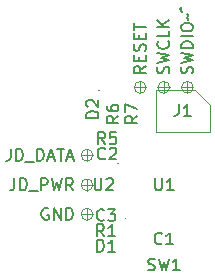
<source format=gbr>
%TF.GenerationSoftware,KiCad,Pcbnew,9.0.0*%
%TF.CreationDate,2025-09-23T13:08:56+01:00*%
%TF.ProjectId,ASCII_gerbersockets_test,41534349-495f-4676-9572-626572736f63,v0.3*%
%TF.SameCoordinates,PX501bd00PY47868c0*%
%TF.FileFunction,AssemblyDrawing,Top*%
%FSLAX46Y46*%
G04 Gerber Fmt 4.6, Leading zero omitted, Abs format (unit mm)*
G04 Created by KiCad (PCBNEW 9.0.0) date 2025-09-23 13:08:56*
%MOMM*%
%LPD*%
G01*
G04 APERTURE LIST*
%ADD10C,0.150000*%
%ADD11C,0.120000*%
%ADD12C,0.075000*%
%ADD13C,0.100000*%
G04 APERTURE END LIST*
D10*
X2271666Y6821281D02*
X2271666Y6106996D01*
X2271666Y6106996D02*
X2224047Y5964139D01*
X2224047Y5964139D02*
X2128809Y5868900D01*
X2128809Y5868900D02*
X1985952Y5821281D01*
X1985952Y5821281D02*
X1890714Y5821281D01*
X3271666Y5821281D02*
X2700238Y5821281D01*
X2985952Y5821281D02*
X2985952Y6821281D01*
X2985952Y6821281D02*
X2890714Y6678424D01*
X2890714Y6678424D02*
X2795476Y6583186D01*
X2795476Y6583186D02*
X2700238Y6535567D01*
X-1245181Y5833334D02*
X-1721372Y5500001D01*
X-1245181Y5261906D02*
X-2245181Y5261906D01*
X-2245181Y5261906D02*
X-2245181Y5642858D01*
X-2245181Y5642858D02*
X-2197562Y5738096D01*
X-2197562Y5738096D02*
X-2149943Y5785715D01*
X-2149943Y5785715D02*
X-2054705Y5833334D01*
X-2054705Y5833334D02*
X-1911848Y5833334D01*
X-1911848Y5833334D02*
X-1816610Y5785715D01*
X-1816610Y5785715D02*
X-1768991Y5738096D01*
X-1768991Y5738096D02*
X-1721372Y5642858D01*
X-1721372Y5642858D02*
X-1721372Y5261906D01*
X-2245181Y6166668D02*
X-2245181Y6833334D01*
X-2245181Y6833334D02*
X-1245181Y6404763D01*
X-4861905Y545181D02*
X-4861905Y-264342D01*
X-4861905Y-264342D02*
X-4814286Y-359580D01*
X-4814286Y-359580D02*
X-4766667Y-407200D01*
X-4766667Y-407200D02*
X-4671429Y-454819D01*
X-4671429Y-454819D02*
X-4480953Y-454819D01*
X-4480953Y-454819D02*
X-4385715Y-407200D01*
X-4385715Y-407200D02*
X-4338096Y-359580D01*
X-4338096Y-359580D02*
X-4290477Y-264342D01*
X-4290477Y-264342D02*
X-4290477Y545181D01*
X-3861905Y449943D02*
X-3814286Y497562D01*
X-3814286Y497562D02*
X-3719048Y545181D01*
X-3719048Y545181D02*
X-3480953Y545181D01*
X-3480953Y545181D02*
X-3385715Y497562D01*
X-3385715Y497562D02*
X-3338096Y449943D01*
X-3338096Y449943D02*
X-3290477Y354705D01*
X-3290477Y354705D02*
X-3290477Y259467D01*
X-3290477Y259467D02*
X-3338096Y116610D01*
X-3338096Y116610D02*
X-3909524Y-454819D01*
X-3909524Y-454819D02*
X-3290477Y-454819D01*
X-4638095Y-5654819D02*
X-4638095Y-4654819D01*
X-4638095Y-4654819D02*
X-4400000Y-4654819D01*
X-4400000Y-4654819D02*
X-4257143Y-4702438D01*
X-4257143Y-4702438D02*
X-4161905Y-4797676D01*
X-4161905Y-4797676D02*
X-4114286Y-4892914D01*
X-4114286Y-4892914D02*
X-4066667Y-5083390D01*
X-4066667Y-5083390D02*
X-4066667Y-5226247D01*
X-4066667Y-5226247D02*
X-4114286Y-5416723D01*
X-4114286Y-5416723D02*
X-4161905Y-5511961D01*
X-4161905Y-5511961D02*
X-4257143Y-5607200D01*
X-4257143Y-5607200D02*
X-4400000Y-5654819D01*
X-4400000Y-5654819D02*
X-4638095Y-5654819D01*
X-3114286Y-5654819D02*
X-3685714Y-5654819D01*
X-3400000Y-5654819D02*
X-3400000Y-4654819D01*
X-3400000Y-4654819D02*
X-3495238Y-4797676D01*
X-3495238Y-4797676D02*
X-3590476Y-4892914D01*
X-3590476Y-4892914D02*
X-3685714Y-4940533D01*
X-2845181Y5833334D02*
X-3321372Y5500001D01*
X-2845181Y5261906D02*
X-3845181Y5261906D01*
X-3845181Y5261906D02*
X-3845181Y5642858D01*
X-3845181Y5642858D02*
X-3797562Y5738096D01*
X-3797562Y5738096D02*
X-3749943Y5785715D01*
X-3749943Y5785715D02*
X-3654705Y5833334D01*
X-3654705Y5833334D02*
X-3511848Y5833334D01*
X-3511848Y5833334D02*
X-3416610Y5785715D01*
X-3416610Y5785715D02*
X-3368991Y5738096D01*
X-3368991Y5738096D02*
X-3321372Y5642858D01*
X-3321372Y5642858D02*
X-3321372Y5261906D01*
X-3845181Y6690477D02*
X-3845181Y6500001D01*
X-3845181Y6500001D02*
X-3797562Y6404763D01*
X-3797562Y6404763D02*
X-3749943Y6357144D01*
X-3749943Y6357144D02*
X-3607086Y6261906D01*
X-3607086Y6261906D02*
X-3416610Y6214287D01*
X-3416610Y6214287D02*
X-3035658Y6214287D01*
X-3035658Y6214287D02*
X-2940420Y6261906D01*
X-2940420Y6261906D02*
X-2892800Y6309525D01*
X-2892800Y6309525D02*
X-2845181Y6404763D01*
X-2845181Y6404763D02*
X-2845181Y6595239D01*
X-2845181Y6595239D02*
X-2892800Y6690477D01*
X-2892800Y6690477D02*
X-2940420Y6738096D01*
X-2940420Y6738096D02*
X-3035658Y6785715D01*
X-3035658Y6785715D02*
X-3273753Y6785715D01*
X-3273753Y6785715D02*
X-3368991Y6738096D01*
X-3368991Y6738096D02*
X-3416610Y6690477D01*
X-3416610Y6690477D02*
X-3464229Y6595239D01*
X-3464229Y6595239D02*
X-3464229Y6404763D01*
X-3464229Y6404763D02*
X-3416610Y6309525D01*
X-3416610Y6309525D02*
X-3368991Y6261906D01*
X-3368991Y6261906D02*
X-3273753Y6214287D01*
X-4066667Y-2959580D02*
X-4114286Y-3007200D01*
X-4114286Y-3007200D02*
X-4257143Y-3054819D01*
X-4257143Y-3054819D02*
X-4352381Y-3054819D01*
X-4352381Y-3054819D02*
X-4495238Y-3007200D01*
X-4495238Y-3007200D02*
X-4590476Y-2911961D01*
X-4590476Y-2911961D02*
X-4638095Y-2816723D01*
X-4638095Y-2816723D02*
X-4685714Y-2626247D01*
X-4685714Y-2626247D02*
X-4685714Y-2483390D01*
X-4685714Y-2483390D02*
X-4638095Y-2292914D01*
X-4638095Y-2292914D02*
X-4590476Y-2197676D01*
X-4590476Y-2197676D02*
X-4495238Y-2102438D01*
X-4495238Y-2102438D02*
X-4352381Y-2054819D01*
X-4352381Y-2054819D02*
X-4257143Y-2054819D01*
X-4257143Y-2054819D02*
X-4114286Y-2102438D01*
X-4114286Y-2102438D02*
X-4066667Y-2150057D01*
X-3733333Y-2054819D02*
X-3114286Y-2054819D01*
X-3114286Y-2054819D02*
X-3447619Y-2435771D01*
X-3447619Y-2435771D02*
X-3304762Y-2435771D01*
X-3304762Y-2435771D02*
X-3209524Y-2483390D01*
X-3209524Y-2483390D02*
X-3161905Y-2531009D01*
X-3161905Y-2531009D02*
X-3114286Y-2626247D01*
X-3114286Y-2626247D02*
X-3114286Y-2864342D01*
X-3114286Y-2864342D02*
X-3161905Y-2959580D01*
X-3161905Y-2959580D02*
X-3209524Y-3007200D01*
X-3209524Y-3007200D02*
X-3304762Y-3054819D01*
X-3304762Y-3054819D02*
X-3590476Y-3054819D01*
X-3590476Y-3054819D02*
X-3685714Y-3007200D01*
X-3685714Y-3007200D02*
X-3733333Y-2959580D01*
X258095Y545181D02*
X258095Y-264342D01*
X258095Y-264342D02*
X305714Y-359580D01*
X305714Y-359580D02*
X353333Y-407200D01*
X353333Y-407200D02*
X448571Y-454819D01*
X448571Y-454819D02*
X639047Y-454819D01*
X639047Y-454819D02*
X734285Y-407200D01*
X734285Y-407200D02*
X781904Y-359580D01*
X781904Y-359580D02*
X829523Y-264342D01*
X829523Y-264342D02*
X829523Y545181D01*
X1829523Y-454819D02*
X1258095Y-454819D01*
X1543809Y-454819D02*
X1543809Y545181D01*
X1543809Y545181D02*
X1448571Y402324D01*
X1448571Y402324D02*
X1353333Y307086D01*
X1353333Y307086D02*
X1258095Y259467D01*
X-313333Y-7207200D02*
X-170476Y-7254819D01*
X-170476Y-7254819D02*
X67619Y-7254819D01*
X67619Y-7254819D02*
X162857Y-7207200D01*
X162857Y-7207200D02*
X210476Y-7159580D01*
X210476Y-7159580D02*
X258095Y-7064342D01*
X258095Y-7064342D02*
X258095Y-6969104D01*
X258095Y-6969104D02*
X210476Y-6873866D01*
X210476Y-6873866D02*
X162857Y-6826247D01*
X162857Y-6826247D02*
X67619Y-6778628D01*
X67619Y-6778628D02*
X-122857Y-6731009D01*
X-122857Y-6731009D02*
X-218095Y-6683390D01*
X-218095Y-6683390D02*
X-265714Y-6635771D01*
X-265714Y-6635771D02*
X-313333Y-6540533D01*
X-313333Y-6540533D02*
X-313333Y-6445295D01*
X-313333Y-6445295D02*
X-265714Y-6350057D01*
X-265714Y-6350057D02*
X-218095Y-6302438D01*
X-218095Y-6302438D02*
X-122857Y-6254819D01*
X-122857Y-6254819D02*
X115238Y-6254819D01*
X115238Y-6254819D02*
X258095Y-6302438D01*
X591429Y-6254819D02*
X829524Y-7254819D01*
X829524Y-7254819D02*
X1020000Y-6540533D01*
X1020000Y-6540533D02*
X1210476Y-7254819D01*
X1210476Y-7254819D02*
X1448572Y-6254819D01*
X2353333Y-7254819D02*
X1781905Y-7254819D01*
X2067619Y-7254819D02*
X2067619Y-6254819D01*
X2067619Y-6254819D02*
X1972381Y-6397676D01*
X1972381Y-6397676D02*
X1877143Y-6492914D01*
X1877143Y-6492914D02*
X1781905Y-6540533D01*
X-3966667Y3445181D02*
X-4300000Y3921372D01*
X-4538095Y3445181D02*
X-4538095Y4445181D01*
X-4538095Y4445181D02*
X-4157143Y4445181D01*
X-4157143Y4445181D02*
X-4061905Y4397562D01*
X-4061905Y4397562D02*
X-4014286Y4349943D01*
X-4014286Y4349943D02*
X-3966667Y4254705D01*
X-3966667Y4254705D02*
X-3966667Y4111848D01*
X-3966667Y4111848D02*
X-4014286Y4016610D01*
X-4014286Y4016610D02*
X-4061905Y3968991D01*
X-4061905Y3968991D02*
X-4157143Y3921372D01*
X-4157143Y3921372D02*
X-4538095Y3921372D01*
X-3061905Y4445181D02*
X-3538095Y4445181D01*
X-3538095Y4445181D02*
X-3585714Y3968991D01*
X-3585714Y3968991D02*
X-3538095Y4016610D01*
X-3538095Y4016610D02*
X-3442857Y4064229D01*
X-3442857Y4064229D02*
X-3204762Y4064229D01*
X-3204762Y4064229D02*
X-3109524Y4016610D01*
X-3109524Y4016610D02*
X-3061905Y3968991D01*
X-3061905Y3968991D02*
X-3014286Y3873753D01*
X-3014286Y3873753D02*
X-3014286Y3635658D01*
X-3014286Y3635658D02*
X-3061905Y3540420D01*
X-3061905Y3540420D02*
X-3109524Y3492800D01*
X-3109524Y3492800D02*
X-3204762Y3445181D01*
X-3204762Y3445181D02*
X-3442857Y3445181D01*
X-3442857Y3445181D02*
X-3538095Y3492800D01*
X-3538095Y3492800D02*
X-3585714Y3540420D01*
X833333Y-4959580D02*
X785714Y-5007200D01*
X785714Y-5007200D02*
X642857Y-5054819D01*
X642857Y-5054819D02*
X547619Y-5054819D01*
X547619Y-5054819D02*
X404762Y-5007200D01*
X404762Y-5007200D02*
X309524Y-4911961D01*
X309524Y-4911961D02*
X261905Y-4816723D01*
X261905Y-4816723D02*
X214286Y-4626247D01*
X214286Y-4626247D02*
X214286Y-4483390D01*
X214286Y-4483390D02*
X261905Y-4292914D01*
X261905Y-4292914D02*
X309524Y-4197676D01*
X309524Y-4197676D02*
X404762Y-4102438D01*
X404762Y-4102438D02*
X547619Y-4054819D01*
X547619Y-4054819D02*
X642857Y-4054819D01*
X642857Y-4054819D02*
X785714Y-4102438D01*
X785714Y-4102438D02*
X833333Y-4150057D01*
X1785714Y-5054819D02*
X1214286Y-5054819D01*
X1500000Y-5054819D02*
X1500000Y-4054819D01*
X1500000Y-4054819D02*
X1404762Y-4197676D01*
X1404762Y-4197676D02*
X1309524Y-4292914D01*
X1309524Y-4292914D02*
X1214286Y-4340533D01*
X-3966667Y2240420D02*
X-4014286Y2192800D01*
X-4014286Y2192800D02*
X-4157143Y2145181D01*
X-4157143Y2145181D02*
X-4252381Y2145181D01*
X-4252381Y2145181D02*
X-4395238Y2192800D01*
X-4395238Y2192800D02*
X-4490476Y2288039D01*
X-4490476Y2288039D02*
X-4538095Y2383277D01*
X-4538095Y2383277D02*
X-4585714Y2573753D01*
X-4585714Y2573753D02*
X-4585714Y2716610D01*
X-4585714Y2716610D02*
X-4538095Y2907086D01*
X-4538095Y2907086D02*
X-4490476Y3002324D01*
X-4490476Y3002324D02*
X-4395238Y3097562D01*
X-4395238Y3097562D02*
X-4252381Y3145181D01*
X-4252381Y3145181D02*
X-4157143Y3145181D01*
X-4157143Y3145181D02*
X-4014286Y3097562D01*
X-4014286Y3097562D02*
X-3966667Y3049943D01*
X-3585714Y3049943D02*
X-3538095Y3097562D01*
X-3538095Y3097562D02*
X-3442857Y3145181D01*
X-3442857Y3145181D02*
X-3204762Y3145181D01*
X-3204762Y3145181D02*
X-3109524Y3097562D01*
X-3109524Y3097562D02*
X-3061905Y3049943D01*
X-3061905Y3049943D02*
X-3014286Y2954705D01*
X-3014286Y2954705D02*
X-3014286Y2859467D01*
X-3014286Y2859467D02*
X-3061905Y2716610D01*
X-3061905Y2716610D02*
X-3633333Y2145181D01*
X-3633333Y2145181D02*
X-3014286Y2145181D01*
X-4066667Y-4354819D02*
X-4400000Y-3878628D01*
X-4638095Y-4354819D02*
X-4638095Y-3354819D01*
X-4638095Y-3354819D02*
X-4257143Y-3354819D01*
X-4257143Y-3354819D02*
X-4161905Y-3402438D01*
X-4161905Y-3402438D02*
X-4114286Y-3450057D01*
X-4114286Y-3450057D02*
X-4066667Y-3545295D01*
X-4066667Y-3545295D02*
X-4066667Y-3688152D01*
X-4066667Y-3688152D02*
X-4114286Y-3783390D01*
X-4114286Y-3783390D02*
X-4161905Y-3831009D01*
X-4161905Y-3831009D02*
X-4257143Y-3878628D01*
X-4257143Y-3878628D02*
X-4638095Y-3878628D01*
X-3114286Y-4354819D02*
X-3685714Y-4354819D01*
X-3400000Y-4354819D02*
X-3400000Y-3354819D01*
X-3400000Y-3354819D02*
X-3495238Y-3497676D01*
X-3495238Y-3497676D02*
X-3590476Y-3592914D01*
X-3590476Y-3592914D02*
X-3685714Y-3640533D01*
X-4545181Y5661906D02*
X-5545181Y5661906D01*
X-5545181Y5661906D02*
X-5545181Y5900001D01*
X-5545181Y5900001D02*
X-5497562Y6042858D01*
X-5497562Y6042858D02*
X-5402324Y6138096D01*
X-5402324Y6138096D02*
X-5307086Y6185715D01*
X-5307086Y6185715D02*
X-5116610Y6233334D01*
X-5116610Y6233334D02*
X-4973753Y6233334D01*
X-4973753Y6233334D02*
X-4783277Y6185715D01*
X-4783277Y6185715D02*
X-4688039Y6138096D01*
X-4688039Y6138096D02*
X-4592800Y6042858D01*
X-4592800Y6042858D02*
X-4545181Y5900001D01*
X-4545181Y5900001D02*
X-4545181Y5661906D01*
X-5449943Y6614287D02*
X-5497562Y6661906D01*
X-5497562Y6661906D02*
X-5545181Y6757144D01*
X-5545181Y6757144D02*
X-5545181Y6995239D01*
X-5545181Y6995239D02*
X-5497562Y7090477D01*
X-5497562Y7090477D02*
X-5449943Y7138096D01*
X-5449943Y7138096D02*
X-5354705Y7185715D01*
X-5354705Y7185715D02*
X-5259467Y7185715D01*
X-5259467Y7185715D02*
X-5116610Y7138096D01*
X-5116610Y7138096D02*
X-4545181Y6566668D01*
X-4545181Y6566668D02*
X-4545181Y7185715D01*
X-11642857Y545181D02*
X-11642857Y-169104D01*
X-11642857Y-169104D02*
X-11690476Y-311961D01*
X-11690476Y-311961D02*
X-11785714Y-407200D01*
X-11785714Y-407200D02*
X-11928571Y-454819D01*
X-11928571Y-454819D02*
X-12023809Y-454819D01*
X-11166666Y-454819D02*
X-11166666Y545181D01*
X-11166666Y545181D02*
X-10928571Y545181D01*
X-10928571Y545181D02*
X-10785714Y497562D01*
X-10785714Y497562D02*
X-10690476Y402324D01*
X-10690476Y402324D02*
X-10642857Y307086D01*
X-10642857Y307086D02*
X-10595238Y116610D01*
X-10595238Y116610D02*
X-10595238Y-26247D01*
X-10595238Y-26247D02*
X-10642857Y-216723D01*
X-10642857Y-216723D02*
X-10690476Y-311961D01*
X-10690476Y-311961D02*
X-10785714Y-407200D01*
X-10785714Y-407200D02*
X-10928571Y-454819D01*
X-10928571Y-454819D02*
X-11166666Y-454819D01*
X-10404761Y-550057D02*
X-9642857Y-550057D01*
X-9404761Y-454819D02*
X-9404761Y545181D01*
X-9404761Y545181D02*
X-9023809Y545181D01*
X-9023809Y545181D02*
X-8928571Y497562D01*
X-8928571Y497562D02*
X-8880952Y449943D01*
X-8880952Y449943D02*
X-8833333Y354705D01*
X-8833333Y354705D02*
X-8833333Y211848D01*
X-8833333Y211848D02*
X-8880952Y116610D01*
X-8880952Y116610D02*
X-8928571Y68991D01*
X-8928571Y68991D02*
X-9023809Y21372D01*
X-9023809Y21372D02*
X-9404761Y21372D01*
X-8499999Y545181D02*
X-8261904Y-454819D01*
X-8261904Y-454819D02*
X-8071428Y259467D01*
X-8071428Y259467D02*
X-7880952Y-454819D01*
X-7880952Y-454819D02*
X-7642856Y545181D01*
X-6690476Y-454819D02*
X-7023809Y21372D01*
X-7261904Y-454819D02*
X-7261904Y545181D01*
X-7261904Y545181D02*
X-6880952Y545181D01*
X-6880952Y545181D02*
X-6785714Y497562D01*
X-6785714Y497562D02*
X-6738095Y449943D01*
X-6738095Y449943D02*
X-6690476Y354705D01*
X-6690476Y354705D02*
X-6690476Y211848D01*
X-6690476Y211848D02*
X-6738095Y116610D01*
X-6738095Y116610D02*
X-6785714Y68991D01*
X-6785714Y68991D02*
X-6880952Y21372D01*
X-6880952Y21372D02*
X-7261904Y21372D01*
X-8785714Y-2002438D02*
X-8880952Y-1954819D01*
X-8880952Y-1954819D02*
X-9023809Y-1954819D01*
X-9023809Y-1954819D02*
X-9166666Y-2002438D01*
X-9166666Y-2002438D02*
X-9261904Y-2097676D01*
X-9261904Y-2097676D02*
X-9309523Y-2192914D01*
X-9309523Y-2192914D02*
X-9357142Y-2383390D01*
X-9357142Y-2383390D02*
X-9357142Y-2526247D01*
X-9357142Y-2526247D02*
X-9309523Y-2716723D01*
X-9309523Y-2716723D02*
X-9261904Y-2811961D01*
X-9261904Y-2811961D02*
X-9166666Y-2907200D01*
X-9166666Y-2907200D02*
X-9023809Y-2954819D01*
X-9023809Y-2954819D02*
X-8928571Y-2954819D01*
X-8928571Y-2954819D02*
X-8785714Y-2907200D01*
X-8785714Y-2907200D02*
X-8738095Y-2859580D01*
X-8738095Y-2859580D02*
X-8738095Y-2526247D01*
X-8738095Y-2526247D02*
X-8928571Y-2526247D01*
X-8309523Y-2954819D02*
X-8309523Y-1954819D01*
X-8309523Y-1954819D02*
X-7738095Y-2954819D01*
X-7738095Y-2954819D02*
X-7738095Y-1954819D01*
X-7261904Y-2954819D02*
X-7261904Y-1954819D01*
X-7261904Y-1954819D02*
X-7023809Y-1954819D01*
X-7023809Y-1954819D02*
X-6880952Y-2002438D01*
X-6880952Y-2002438D02*
X-6785714Y-2097676D01*
X-6785714Y-2097676D02*
X-6738095Y-2192914D01*
X-6738095Y-2192914D02*
X-6690476Y-2383390D01*
X-6690476Y-2383390D02*
X-6690476Y-2526247D01*
X-6690476Y-2526247D02*
X-6738095Y-2716723D01*
X-6738095Y-2716723D02*
X-6785714Y-2811961D01*
X-6785714Y-2811961D02*
X-6880952Y-2907200D01*
X-6880952Y-2907200D02*
X-7023809Y-2954819D01*
X-7023809Y-2954819D02*
X-7261904Y-2954819D01*
X-545181Y10047619D02*
X-1021372Y9714286D01*
X-545181Y9476191D02*
X-1545181Y9476191D01*
X-1545181Y9476191D02*
X-1545181Y9857143D01*
X-1545181Y9857143D02*
X-1497562Y9952381D01*
X-1497562Y9952381D02*
X-1449943Y10000000D01*
X-1449943Y10000000D02*
X-1354705Y10047619D01*
X-1354705Y10047619D02*
X-1211848Y10047619D01*
X-1211848Y10047619D02*
X-1116610Y10000000D01*
X-1116610Y10000000D02*
X-1068991Y9952381D01*
X-1068991Y9952381D02*
X-1021372Y9857143D01*
X-1021372Y9857143D02*
X-1021372Y9476191D01*
X-1068991Y10476191D02*
X-1068991Y10809524D01*
X-545181Y10952381D02*
X-545181Y10476191D01*
X-545181Y10476191D02*
X-1545181Y10476191D01*
X-1545181Y10476191D02*
X-1545181Y10952381D01*
X-592800Y11333334D02*
X-545181Y11476191D01*
X-545181Y11476191D02*
X-545181Y11714286D01*
X-545181Y11714286D02*
X-592800Y11809524D01*
X-592800Y11809524D02*
X-640420Y11857143D01*
X-640420Y11857143D02*
X-735658Y11904762D01*
X-735658Y11904762D02*
X-830896Y11904762D01*
X-830896Y11904762D02*
X-926134Y11857143D01*
X-926134Y11857143D02*
X-973753Y11809524D01*
X-973753Y11809524D02*
X-1021372Y11714286D01*
X-1021372Y11714286D02*
X-1068991Y11523810D01*
X-1068991Y11523810D02*
X-1116610Y11428572D01*
X-1116610Y11428572D02*
X-1164229Y11380953D01*
X-1164229Y11380953D02*
X-1259467Y11333334D01*
X-1259467Y11333334D02*
X-1354705Y11333334D01*
X-1354705Y11333334D02*
X-1449943Y11380953D01*
X-1449943Y11380953D02*
X-1497562Y11428572D01*
X-1497562Y11428572D02*
X-1545181Y11523810D01*
X-1545181Y11523810D02*
X-1545181Y11761905D01*
X-1545181Y11761905D02*
X-1497562Y11904762D01*
X-1068991Y12333334D02*
X-1068991Y12666667D01*
X-545181Y12809524D02*
X-545181Y12333334D01*
X-545181Y12333334D02*
X-1545181Y12333334D01*
X-1545181Y12333334D02*
X-1545181Y12809524D01*
X-1545181Y13095239D02*
X-1545181Y13666667D01*
X-545181Y13380953D02*
X-1545181Y13380953D01*
X1407200Y9428572D02*
X1454819Y9571429D01*
X1454819Y9571429D02*
X1454819Y9809524D01*
X1454819Y9809524D02*
X1407200Y9904762D01*
X1407200Y9904762D02*
X1359580Y9952381D01*
X1359580Y9952381D02*
X1264342Y10000000D01*
X1264342Y10000000D02*
X1169104Y10000000D01*
X1169104Y10000000D02*
X1073866Y9952381D01*
X1073866Y9952381D02*
X1026247Y9904762D01*
X1026247Y9904762D02*
X978628Y9809524D01*
X978628Y9809524D02*
X931009Y9619048D01*
X931009Y9619048D02*
X883390Y9523810D01*
X883390Y9523810D02*
X835771Y9476191D01*
X835771Y9476191D02*
X740533Y9428572D01*
X740533Y9428572D02*
X645295Y9428572D01*
X645295Y9428572D02*
X550057Y9476191D01*
X550057Y9476191D02*
X502438Y9523810D01*
X502438Y9523810D02*
X454819Y9619048D01*
X454819Y9619048D02*
X454819Y9857143D01*
X454819Y9857143D02*
X502438Y10000000D01*
X454819Y10333334D02*
X1454819Y10571429D01*
X1454819Y10571429D02*
X740533Y10761905D01*
X740533Y10761905D02*
X1454819Y10952381D01*
X1454819Y10952381D02*
X454819Y11190476D01*
X1359580Y12142857D02*
X1407200Y12095238D01*
X1407200Y12095238D02*
X1454819Y11952381D01*
X1454819Y11952381D02*
X1454819Y11857143D01*
X1454819Y11857143D02*
X1407200Y11714286D01*
X1407200Y11714286D02*
X1311961Y11619048D01*
X1311961Y11619048D02*
X1216723Y11571429D01*
X1216723Y11571429D02*
X1026247Y11523810D01*
X1026247Y11523810D02*
X883390Y11523810D01*
X883390Y11523810D02*
X692914Y11571429D01*
X692914Y11571429D02*
X597676Y11619048D01*
X597676Y11619048D02*
X502438Y11714286D01*
X502438Y11714286D02*
X454819Y11857143D01*
X454819Y11857143D02*
X454819Y11952381D01*
X454819Y11952381D02*
X502438Y12095238D01*
X502438Y12095238D02*
X550057Y12142857D01*
X1454819Y13047619D02*
X1454819Y12571429D01*
X1454819Y12571429D02*
X454819Y12571429D01*
X1454819Y13380953D02*
X454819Y13380953D01*
X1454819Y13952381D02*
X883390Y13523810D01*
X454819Y13952381D02*
X1026247Y13380953D01*
X-11976191Y3045181D02*
X-11976191Y2330896D01*
X-11976191Y2330896D02*
X-12023810Y2188039D01*
X-12023810Y2188039D02*
X-12119048Y2092800D01*
X-12119048Y2092800D02*
X-12261905Y2045181D01*
X-12261905Y2045181D02*
X-12357143Y2045181D01*
X-11500000Y2045181D02*
X-11500000Y3045181D01*
X-11500000Y3045181D02*
X-11261905Y3045181D01*
X-11261905Y3045181D02*
X-11119048Y2997562D01*
X-11119048Y2997562D02*
X-11023810Y2902324D01*
X-11023810Y2902324D02*
X-10976191Y2807086D01*
X-10976191Y2807086D02*
X-10928572Y2616610D01*
X-10928572Y2616610D02*
X-10928572Y2473753D01*
X-10928572Y2473753D02*
X-10976191Y2283277D01*
X-10976191Y2283277D02*
X-11023810Y2188039D01*
X-11023810Y2188039D02*
X-11119048Y2092800D01*
X-11119048Y2092800D02*
X-11261905Y2045181D01*
X-11261905Y2045181D02*
X-11500000Y2045181D01*
X-10738095Y1949943D02*
X-9976191Y1949943D01*
X-9738095Y2045181D02*
X-9738095Y3045181D01*
X-9738095Y3045181D02*
X-9500000Y3045181D01*
X-9500000Y3045181D02*
X-9357143Y2997562D01*
X-9357143Y2997562D02*
X-9261905Y2902324D01*
X-9261905Y2902324D02*
X-9214286Y2807086D01*
X-9214286Y2807086D02*
X-9166667Y2616610D01*
X-9166667Y2616610D02*
X-9166667Y2473753D01*
X-9166667Y2473753D02*
X-9214286Y2283277D01*
X-9214286Y2283277D02*
X-9261905Y2188039D01*
X-9261905Y2188039D02*
X-9357143Y2092800D01*
X-9357143Y2092800D02*
X-9500000Y2045181D01*
X-9500000Y2045181D02*
X-9738095Y2045181D01*
X-8785714Y2330896D02*
X-8309524Y2330896D01*
X-8880952Y2045181D02*
X-8547619Y3045181D01*
X-8547619Y3045181D02*
X-8214286Y2045181D01*
X-8023809Y3045181D02*
X-7452381Y3045181D01*
X-7738095Y2045181D02*
X-7738095Y3045181D01*
X-7166666Y2330896D02*
X-6690476Y2330896D01*
X-7261904Y2045181D02*
X-6928571Y3045181D01*
X-6928571Y3045181D02*
X-6595238Y2045181D01*
X3407200Y9428572D02*
X3454819Y9571429D01*
X3454819Y9571429D02*
X3454819Y9809524D01*
X3454819Y9809524D02*
X3407200Y9904762D01*
X3407200Y9904762D02*
X3359580Y9952381D01*
X3359580Y9952381D02*
X3264342Y10000000D01*
X3264342Y10000000D02*
X3169104Y10000000D01*
X3169104Y10000000D02*
X3073866Y9952381D01*
X3073866Y9952381D02*
X3026247Y9904762D01*
X3026247Y9904762D02*
X2978628Y9809524D01*
X2978628Y9809524D02*
X2931009Y9619048D01*
X2931009Y9619048D02*
X2883390Y9523810D01*
X2883390Y9523810D02*
X2835771Y9476191D01*
X2835771Y9476191D02*
X2740533Y9428572D01*
X2740533Y9428572D02*
X2645295Y9428572D01*
X2645295Y9428572D02*
X2550057Y9476191D01*
X2550057Y9476191D02*
X2502438Y9523810D01*
X2502438Y9523810D02*
X2454819Y9619048D01*
X2454819Y9619048D02*
X2454819Y9857143D01*
X2454819Y9857143D02*
X2502438Y10000000D01*
X2454819Y10333334D02*
X3454819Y10571429D01*
X3454819Y10571429D02*
X2740533Y10761905D01*
X2740533Y10761905D02*
X3454819Y10952381D01*
X3454819Y10952381D02*
X2454819Y11190476D01*
X3454819Y11571429D02*
X2454819Y11571429D01*
X2454819Y11571429D02*
X2454819Y11809524D01*
X2454819Y11809524D02*
X2502438Y11952381D01*
X2502438Y11952381D02*
X2597676Y12047619D01*
X2597676Y12047619D02*
X2692914Y12095238D01*
X2692914Y12095238D02*
X2883390Y12142857D01*
X2883390Y12142857D02*
X3026247Y12142857D01*
X3026247Y12142857D02*
X3216723Y12095238D01*
X3216723Y12095238D02*
X3311961Y12047619D01*
X3311961Y12047619D02*
X3407200Y11952381D01*
X3407200Y11952381D02*
X3454819Y11809524D01*
X3454819Y11809524D02*
X3454819Y11571429D01*
X3454819Y12571429D02*
X2454819Y12571429D01*
X2454819Y13238095D02*
X2454819Y13428571D01*
X2454819Y13428571D02*
X2502438Y13523809D01*
X2502438Y13523809D02*
X2597676Y13619047D01*
X2597676Y13619047D02*
X2788152Y13666666D01*
X2788152Y13666666D02*
X3121485Y13666666D01*
X3121485Y13666666D02*
X3311961Y13619047D01*
X3311961Y13619047D02*
X3407200Y13523809D01*
X3407200Y13523809D02*
X3454819Y13428571D01*
X3454819Y13428571D02*
X3454819Y13238095D01*
X3454819Y13238095D02*
X3407200Y13142857D01*
X3407200Y13142857D02*
X3311961Y13047619D01*
X3311961Y13047619D02*
X3121485Y13000000D01*
X3121485Y13000000D02*
X2788152Y13000000D01*
X2788152Y13000000D02*
X2597676Y13047619D01*
X2597676Y13047619D02*
X2502438Y13142857D01*
X2502438Y13142857D02*
X2454819Y13238095D01*
X3073866Y13952381D02*
X3026247Y14000000D01*
X3026247Y14000000D02*
X2978628Y14095238D01*
X2978628Y14095238D02*
X3073866Y14285714D01*
X3073866Y14285714D02*
X3026247Y14380952D01*
X3026247Y14380952D02*
X2978628Y14428571D01*
X2550057Y14666667D02*
X2407200Y14857143D01*
X2407200Y14857143D02*
X2550057Y15047619D01*
D11*
%TO.C,J1*%
X319000Y7990600D02*
X3621000Y7990600D01*
X319000Y4434600D02*
X319000Y7990600D01*
X3621000Y7990600D02*
X4891000Y6720600D01*
X4891000Y6720600D02*
X4891000Y4434600D01*
X4891000Y4434600D02*
X319000Y4434600D01*
%TO.C,U2*%
D12*
X-2837500Y1825000D02*
G75*
G02*
X-2912500Y1825000I-37500J0D01*
G01*
X-2912500Y1825000D02*
G75*
G02*
X-2837500Y1825000I37500J0D01*
G01*
%TO.C,D1*%
X-5037500Y-4675000D02*
G75*
G02*
X-5112500Y-4675000I-37500J0D01*
G01*
X-5112500Y-4675000D02*
G75*
G02*
X-5037500Y-4675000I37500J0D01*
G01*
%TO.C,U1*%
X-2192500Y-2875000D02*
G75*
G02*
X-2267500Y-2875000I-37500J0D01*
G01*
X-2267500Y-2875000D02*
G75*
G02*
X-2192500Y-2875000I37500J0D01*
G01*
%TO.C,D2*%
X-4462500Y8000000D02*
G75*
G02*
X-4537500Y8000000I-37500J0D01*
G01*
X-4537500Y8000000D02*
G75*
G02*
X-4462500Y8000000I37500J0D01*
G01*
D13*
%TO.C,GS1*%
X-6000000Y0D02*
X-5000000Y0D01*
X-5500000Y500000D02*
X-5500000Y-500000D01*
X-5000000Y0D02*
G75*
G02*
X-6000000Y0I-500000J0D01*
G01*
X-6000000Y0D02*
G75*
G02*
X-5000000Y0I500000J0D01*
G01*
%TO.C,GS2*%
X-6000000Y-2500000D02*
X-5000000Y-2500000D01*
X-5500000Y-2000000D02*
X-5500000Y-3000000D01*
X-5000000Y-2500000D02*
G75*
G02*
X-6000000Y-2500000I-500000J0D01*
G01*
X-6000000Y-2500000D02*
G75*
G02*
X-5000000Y-2500000I500000J0D01*
G01*
%TO.C,GS6*%
X-1500000Y8250000D02*
X-500000Y8250000D01*
X-1000000Y8750000D02*
X-1000000Y7750000D01*
X-500000Y8250000D02*
G75*
G02*
X-1500000Y8250000I-500000J0D01*
G01*
X-1500000Y8250000D02*
G75*
G02*
X-500000Y8250000I500000J0D01*
G01*
%TO.C,GS4*%
X500000Y8250000D02*
X1500000Y8250000D01*
X1000000Y8750000D02*
X1000000Y7750000D01*
X1500000Y8250000D02*
G75*
G02*
X500000Y8250000I-500000J0D01*
G01*
X500000Y8250000D02*
G75*
G02*
X1500000Y8250000I500000J0D01*
G01*
%TO.C,GS3*%
X-6000000Y2500000D02*
X-5000000Y2500000D01*
X-5500000Y3000000D02*
X-5500000Y2000000D01*
X-5000000Y2500000D02*
G75*
G02*
X-6000000Y2500000I-500000J0D01*
G01*
X-6000000Y2500000D02*
G75*
G02*
X-5000000Y2500000I500000J0D01*
G01*
%TO.C,GS5*%
X2500000Y8250000D02*
X3500000Y8250000D01*
X3000000Y8750000D02*
X3000000Y7750000D01*
X3500000Y8250000D02*
G75*
G02*
X2500000Y8250000I-500000J0D01*
G01*
X2500000Y8250000D02*
G75*
G02*
X3500000Y8250000I500000J0D01*
G01*
%TD*%
M02*

</source>
